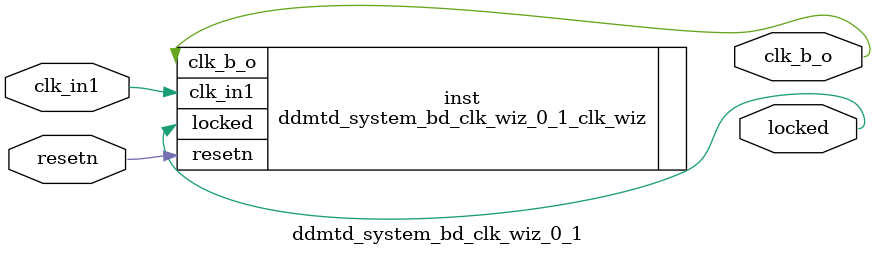
<source format=v>


`timescale 1ps/1ps

(* CORE_GENERATION_INFO = "ddmtd_system_bd_clk_wiz_0_1,clk_wiz_v6_0_16_0_0,{component_name=ddmtd_system_bd_clk_wiz_0_1,use_phase_alignment=false,use_min_o_jitter=false,use_max_i_jitter=false,use_dyn_phase_shift=false,use_inclk_switchover=false,use_dyn_reconfig=false,enable_axi=0,feedback_source=FDBK_AUTO,PRIMITIVE=MMCM,num_out_clk=1,clkin1_period=10.000,clkin2_period=10.000,use_power_down=false,use_reset=true,use_locked=true,use_inclk_stopped=false,feedback_type=SINGLE,CLOCK_MGR_TYPE=NA,manual_override=false}" *)

module ddmtd_system_bd_clk_wiz_0_1 
 (
  // Clock out ports
  output        clk_b_o,
  // Status and control signals
  input         resetn,
  output        locked,
 // Clock in ports
  input         clk_in1
 );

  ddmtd_system_bd_clk_wiz_0_1_clk_wiz inst
  (
  // Clock out ports  
  .clk_b_o(clk_b_o),
  // Status and control signals               
  .resetn(resetn), 
  .locked(locked),
 // Clock in ports
  .clk_in1(clk_in1)
  );

endmodule

</source>
